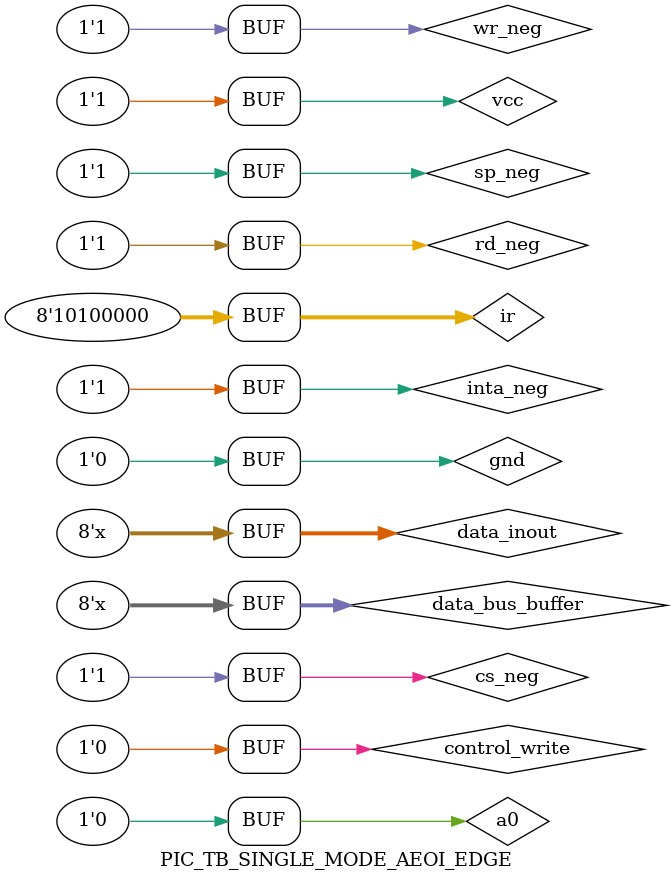
<source format=v>
module PIC_TB_SINGLE_MODE_AEOI_EDGE;
  // This Test bench tests the following:
  // - Programmability
  // - Interrupt Priority Handling
  // - Masking
  // Edge Triggering
  // Fully Nested
  // Auto Rotation in AEOI
  // AEOI 
  // Reading Status
  reg cs_neg;
  reg rd_neg;
  reg wr_neg;
  reg a0;
  reg sp_neg;
  reg inta_neg;
  reg vcc;
  reg gnd;
  reg [0:7] ir;
  wire [0:7] data_inout;
  wire [0:2] cas;
  wire interrupt_flag;

  PIC_8259A pic(
    cs_neg,
    rd_neg,
    wr_neg,
    a0,
    sp_neg,
    inta_neg,
    vcc,
    gnd,
    ir,
    data_inout,
    cas,
    interrupt_flag
  );

  reg [0:7]data_bus_buffer;
  reg control_write=0;
  assign data_inout=data_bus_buffer;

  initial begin
    
    //intialize all
    data_bus_buffer=8'bzzzzzzzz;
    cs_neg=1;
    wr_neg=1;
    rd_neg=1;
    a0=0;
    sp_neg=1;
    inta_neg=1;
    vcc=1;
    gnd=0;
    ir=0;

    //ICW1
    #10
    data_bus_buffer=8'b11001000;
    wr_neg=0;
    cs_neg=0;
    a0=0;

    #10
    data_bus_buffer=8'bzzzzzzzz;
    cs_neg=1;
    wr_neg=1;
    
    //ICW2
    #10
    data_bus_buffer=8'b00010101;
    a0=1;
    wr_neg=0;
    cs_neg=0;

    #10
    data_bus_buffer=8'bzzzzzzzz;
    cs_neg=1;
    wr_neg=1;

    //ICW4
    #10
    data_bus_buffer=8'b11000000;
    a0=1;
    wr_neg=0;
    cs_neg=0;

    #10
    data_bus_buffer=8'bzzzzzzzz;
    cs_neg=1;
    wr_neg=1;

    //setting imr by ocw1(mask IR1)
    #10
    data_bus_buffer=8'b01000000;
    a0=1;
    wr_neg=0;
    cs_neg=0;
    #10
    data_bus_buffer=8'bzzzzzzzz;
    cs_neg=1;
    wr_neg=1;

    //IRR of 0-2 active
    #10
    ir=8'b11100000;

    #10;
    inta_neg=0;
    #10;
    inta_neg=1;

    // read IRR by turing rd should be the same except the first one is 1
    #10
    a0=0;
    rd_neg=0;
    cs_neg=0;
    #10
    a0=0;
    rd_neg=1;
    cs_neg=1;

     // read ISR by first sending ocw3
    #10
    data_bus_buffer=8'b11010000;
    a0=0;
    wr_neg=0;
    cs_neg=0;
    #10
    data_bus_buffer=8'bzzzzzzzz;
    cs_neg=1;
    wr_neg=1;

    // read ISR by turing rd should be empty
    #10
    a0=0;
    rd_neg=0;
    cs_neg=0;

    #10
    cs_neg=1;
    rd_neg=1;

    //second pulse of first interrupt
    #10;
    inta_neg=0;
    #10;
    inta_neg=1;

    //first pulse of second interrupt
    #20;
    inta_neg=0;
    #10;
    inta_neg=1;

    //second pulse of second interrupt
    #10;
    inta_neg=0;
    #10;
    inta_neg=1;

    // disabled because of imr 
    // //first pulse of third interrupt
    // #20;
    // inta_neg=0;
    // #10;
    // inta_neg=1;

    // //second pulse of third interrupt
    // #10;
    // inta_neg=0;
    // #10;
    // inta_neg=1;

    //setting of automatic rotation by sending ocw2
    #10
    data_bus_buffer=8'b00000001;
    a0=0;
    wr_neg=0;
    cs_neg=0;
    #10
    data_bus_buffer=8'bzzzzzzzz;
    cs_neg=1;
    wr_neg=1;

    //IRR of 0 active
    #10
    ir=8'b10000000;

    //first pulse of fourth interrupt
    #20;
    inta_neg=0;
    #10;
    inta_neg=1;
    //second pulse of fourth interrupt
    #10;
    inta_neg=0;
    #10;
    inta_neg=1;

    #10
    ir=8'b00000000;

    //IRR of 0,2 active
    #10
    ir=8'b10100000;

    // will make the ir 2 first because of autorotation
    //first pulse of fifth interrupt
    #20;
    inta_neg=0;
    #10;
    inta_neg=1;
    //second pulse of fifth interrupt
    #10;
    inta_neg=0;
    #10;
    inta_neg=1;

    //first pulse of sixth interrupt (now it will go back to the ir0)
    #20;
    inta_neg=0;
    #10;
    inta_neg=1;
    //second pulse of sixth interrupt
    #10;
    inta_neg=0;
    #10;
    inta_neg=1;


  end
endmodule
</source>
